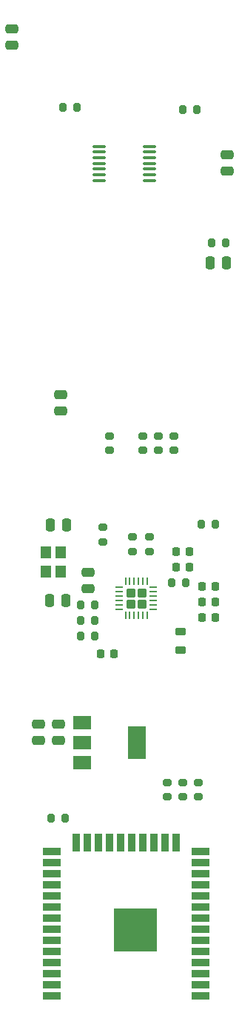
<source format=gbr>
%TF.GenerationSoftware,KiCad,Pcbnew,6.0.6-3a73a75311~116~ubuntu20.04.1*%
%TF.CreationDate,2022-07-20T09:27:06+02:00*%
%TF.ProjectId,MCH-light,4d43482d-6c69-4676-9874-2e6b69636164,rev?*%
%TF.SameCoordinates,Original*%
%TF.FileFunction,Paste,Top*%
%TF.FilePolarity,Positive*%
%FSLAX46Y46*%
G04 Gerber Fmt 4.6, Leading zero omitted, Abs format (unit mm)*
G04 Created by KiCad (PCBNEW 6.0.6-3a73a75311~116~ubuntu20.04.1) date 2022-07-20 09:27:06*
%MOMM*%
%LPD*%
G01*
G04 APERTURE LIST*
G04 Aperture macros list*
%AMRoundRect*
0 Rectangle with rounded corners*
0 $1 Rounding radius*
0 $2 $3 $4 $5 $6 $7 $8 $9 X,Y pos of 4 corners*
0 Add a 4 corners polygon primitive as box body*
4,1,4,$2,$3,$4,$5,$6,$7,$8,$9,$2,$3,0*
0 Add four circle primitives for the rounded corners*
1,1,$1+$1,$2,$3*
1,1,$1+$1,$4,$5*
1,1,$1+$1,$6,$7*
1,1,$1+$1,$8,$9*
0 Add four rect primitives between the rounded corners*
20,1,$1+$1,$2,$3,$4,$5,0*
20,1,$1+$1,$4,$5,$6,$7,0*
20,1,$1+$1,$6,$7,$8,$9,0*
20,1,$1+$1,$8,$9,$2,$3,0*%
G04 Aperture macros list end*
%ADD10RoundRect,0.200000X0.275000X-0.200000X0.275000X0.200000X-0.275000X0.200000X-0.275000X-0.200000X0*%
%ADD11RoundRect,0.250000X0.250000X0.475000X-0.250000X0.475000X-0.250000X-0.475000X0.250000X-0.475000X0*%
%ADD12RoundRect,0.225000X-0.225000X-0.250000X0.225000X-0.250000X0.225000X0.250000X-0.225000X0.250000X0*%
%ADD13RoundRect,0.250000X0.475000X-0.250000X0.475000X0.250000X-0.475000X0.250000X-0.475000X-0.250000X0*%
%ADD14RoundRect,0.250000X-0.250000X-0.475000X0.250000X-0.475000X0.250000X0.475000X-0.250000X0.475000X0*%
%ADD15RoundRect,0.200000X-0.200000X-0.275000X0.200000X-0.275000X0.200000X0.275000X-0.200000X0.275000X0*%
%ADD16RoundRect,0.250000X-0.475000X0.250000X-0.475000X-0.250000X0.475000X-0.250000X0.475000X0.250000X0*%
%ADD17RoundRect,0.250000X-0.275000X0.275000X-0.275000X-0.275000X0.275000X-0.275000X0.275000X0.275000X0*%
%ADD18RoundRect,0.062500X-0.062500X0.350000X-0.062500X-0.350000X0.062500X-0.350000X0.062500X0.350000X0*%
%ADD19RoundRect,0.062500X-0.350000X0.062500X-0.350000X-0.062500X0.350000X-0.062500X0.350000X0.062500X0*%
%ADD20R,2.000000X1.500000*%
%ADD21R,2.000000X3.800000*%
%ADD22RoundRect,0.200000X-0.275000X0.200000X-0.275000X-0.200000X0.275000X-0.200000X0.275000X0.200000X0*%
%ADD23RoundRect,0.100000X-0.637500X-0.100000X0.637500X-0.100000X0.637500X0.100000X-0.637500X0.100000X0*%
%ADD24RoundRect,0.200000X0.200000X0.275000X-0.200000X0.275000X-0.200000X-0.275000X0.200000X-0.275000X0*%
%ADD25RoundRect,0.218750X0.381250X-0.218750X0.381250X0.218750X-0.381250X0.218750X-0.381250X-0.218750X0*%
%ADD26R,2.000000X0.900000*%
%ADD27R,0.900000X2.000000*%
%ADD28R,5.000000X5.000000*%
%ADD29R,1.200000X1.400000*%
G04 APERTURE END LIST*
D10*
%TO.C,R4*%
X134620000Y-155511000D03*
X134620000Y-153861000D03*
%TD*%
D11*
%TO.C,C6*%
X123024000Y-133096000D03*
X121124000Y-133096000D03*
%TD*%
D12*
%TO.C,C10*%
X135623000Y-129286000D03*
X137173000Y-129286000D03*
%TD*%
%TO.C,C13*%
X138567000Y-135030000D03*
X140117000Y-135030000D03*
%TD*%
D13*
%TO.C,C4*%
X116840000Y-69596000D03*
X116840000Y-67696000D03*
%TD*%
D14*
%TO.C,C7*%
X121224000Y-124460000D03*
X123124000Y-124460000D03*
%TD*%
D15*
%TO.C,R1*%
X121286000Y-157988000D03*
X122936000Y-157988000D03*
%TD*%
D16*
%TO.C,C5*%
X141478000Y-82108000D03*
X141478000Y-84008000D03*
%TD*%
D10*
%TO.C,R3*%
X136398000Y-155511000D03*
X136398000Y-153861000D03*
%TD*%
%TO.C,R6*%
X138176000Y-155511000D03*
X138176000Y-153861000D03*
%TD*%
D13*
%TO.C,C14*%
X122428000Y-111440000D03*
X122428000Y-109540000D03*
%TD*%
D17*
%TO.C,U3*%
X130414000Y-133492000D03*
X131714000Y-132192000D03*
X130414000Y-132192000D03*
X131714000Y-133492000D03*
D18*
X132314000Y-130904500D03*
X131814000Y-130904500D03*
X131314000Y-130904500D03*
X130814000Y-130904500D03*
X130314000Y-130904500D03*
X129814000Y-130904500D03*
D19*
X129126500Y-131592000D03*
X129126500Y-132092000D03*
X129126500Y-132592000D03*
X129126500Y-133092000D03*
X129126500Y-133592000D03*
X129126500Y-134092000D03*
D18*
X129814000Y-134779500D03*
X130314000Y-134779500D03*
X130814000Y-134779500D03*
X131314000Y-134779500D03*
X131814000Y-134779500D03*
X132314000Y-134779500D03*
D19*
X133001500Y-134092000D03*
X133001500Y-133592000D03*
X133001500Y-133092000D03*
X133001500Y-132592000D03*
X133001500Y-132092000D03*
X133001500Y-131592000D03*
%TD*%
D20*
%TO.C,U1*%
X124866000Y-147052000D03*
X124866000Y-149352000D03*
D21*
X131166000Y-149352000D03*
D20*
X124866000Y-151652000D03*
%TD*%
D10*
%TO.C,R15*%
X132604000Y-127471000D03*
X132604000Y-125821000D03*
%TD*%
D13*
%TO.C,C1*%
X119888000Y-149072000D03*
X119888000Y-147172000D03*
%TD*%
D15*
%TO.C,R19*%
X138465000Y-124380000D03*
X140115000Y-124380000D03*
%TD*%
D10*
%TO.C,R13*%
X131826000Y-115887000D03*
X131826000Y-114237000D03*
%TD*%
D14*
%TO.C,C2*%
X139512000Y-94488000D03*
X141412000Y-94488000D03*
%TD*%
D15*
%TO.C,R18*%
X122619000Y-76708000D03*
X124269000Y-76708000D03*
%TD*%
D22*
%TO.C,R20*%
X127250000Y-124705000D03*
X127250000Y-126355000D03*
%TD*%
D23*
%TO.C,U4*%
X126837500Y-81150000D03*
X126837500Y-81800000D03*
X126837500Y-82450000D03*
X126837500Y-83100000D03*
X126837500Y-83750000D03*
X126837500Y-84400000D03*
X126837500Y-85050000D03*
X132562500Y-85050000D03*
X132562500Y-84400000D03*
X132562500Y-83750000D03*
X132562500Y-83100000D03*
X132562500Y-82450000D03*
X132562500Y-81800000D03*
X132562500Y-81150000D03*
%TD*%
D24*
%TO.C,R7*%
X126301000Y-133604000D03*
X124651000Y-133604000D03*
%TD*%
D12*
%TO.C,C9*%
X135623000Y-127508000D03*
X137173000Y-127508000D03*
%TD*%
%TO.C,C11*%
X138567000Y-133252000D03*
X140117000Y-133252000D03*
%TD*%
D13*
%TO.C,C3*%
X122164000Y-149072000D03*
X122164000Y-147172000D03*
%TD*%
D12*
%TO.C,C8*%
X126987000Y-139192000D03*
X128537000Y-139192000D03*
%TD*%
D15*
%TO.C,R8*%
X124651000Y-137160000D03*
X126301000Y-137160000D03*
%TD*%
D25*
%TO.C,L1*%
X136144000Y-138730500D03*
X136144000Y-136605500D03*
%TD*%
D12*
%TO.C,C12*%
X138567000Y-131474000D03*
X140117000Y-131474000D03*
%TD*%
D26*
%TO.C,U2*%
X138428000Y-178265000D03*
X138428000Y-176995000D03*
X138428000Y-175725000D03*
X138428000Y-174455000D03*
X138428000Y-173185000D03*
X138428000Y-171915000D03*
X138428000Y-170645000D03*
X138428000Y-169375000D03*
X138428000Y-168105000D03*
X138428000Y-166835000D03*
X138428000Y-165565000D03*
X138428000Y-164295000D03*
X138428000Y-163025000D03*
X138428000Y-161755000D03*
D27*
X135643000Y-160755000D03*
X134373000Y-160755000D03*
X133103000Y-160755000D03*
X131833000Y-160755000D03*
X130563000Y-160755000D03*
X129293000Y-160755000D03*
X128023000Y-160755000D03*
X126753000Y-160755000D03*
X125483000Y-160755000D03*
X124213000Y-160755000D03*
D26*
X121428000Y-161755000D03*
X121428000Y-163025000D03*
X121428000Y-164295000D03*
X121428000Y-165565000D03*
X121428000Y-166835000D03*
X121428000Y-168105000D03*
X121428000Y-169375000D03*
X121428000Y-170645000D03*
X121428000Y-171915000D03*
X121428000Y-173185000D03*
X121428000Y-174455000D03*
X121428000Y-175725000D03*
X121428000Y-176995000D03*
X121428000Y-178265000D03*
D28*
X130928000Y-170765000D03*
%TD*%
D10*
%TO.C,R11*%
X135382000Y-115887000D03*
X135382000Y-114237000D03*
%TD*%
%TO.C,R16*%
X130638000Y-127471000D03*
X130638000Y-125821000D03*
%TD*%
D29*
%TO.C,Y1*%
X122424000Y-129778000D03*
X122424000Y-127578000D03*
X120724000Y-127578000D03*
X120724000Y-129778000D03*
%TD*%
D10*
%TO.C,R14*%
X128016000Y-115887000D03*
X128016000Y-114237000D03*
%TD*%
D15*
%TO.C,R9*%
X124651000Y-135382000D03*
X126301000Y-135382000D03*
%TD*%
D16*
%TO.C,R5*%
X125576000Y-129860000D03*
X125576000Y-131760000D03*
%TD*%
D10*
%TO.C,R12*%
X133604000Y-115887000D03*
X133604000Y-114237000D03*
%TD*%
D15*
%TO.C,R2*%
X139637000Y-92202000D03*
X141287000Y-92202000D03*
%TD*%
%TO.C,R17*%
X136335000Y-76962000D03*
X137985000Y-76962000D03*
%TD*%
%TO.C,R10*%
X135065000Y-131064000D03*
X136715000Y-131064000D03*
%TD*%
M02*

</source>
